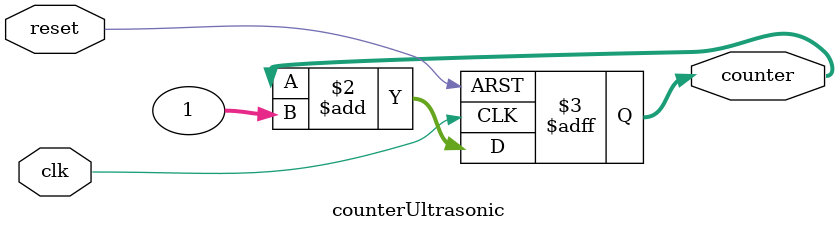
<source format=sv>
module ultrasonic_sensor(
	input logic 		clk,
	input logic		reset,
	input logic[31:0] countMax,
	input logic 		echo,
	output logic 		trigger,
	output logic 		stateFSM,
	output logic[31:0]  	deltaT);
	
logic [31:0] countFSM;
logic [31:0] echoCount; 
logic resetCount;



counterUltrasonic my_count(.clk(clk),
			   .reset(resetCount),
			   .counter(countFSM));		
				
				
 //FSM  to handel the ultrasonic sensors
 //1) RESET_ST initialize all the parameter when reset is 1
 //2)	TRIG_ST send q signal to the sensor to tells it to take a measure
 //3) ECHO_ST wait for the signal to be back, and count to get the time
 //4) WAIT_ST can be tuned to choose how often we wants to take a measure
 
typedef enum logic[1:0]{RESET_ST,TRIG_ST,ECHO_ST,WAIT_ST} statetype;
statetype state, nextstate;  
    
always_ff @(posedge clk,posedge reset) 
	if(reset) state <= RESET_ST;
	else state <= nextstate;
	 
always_comb
case(state)
		 RESET_ST : 
						if(reset) 
							begin
							resetCount = 1'b1;
							trigger = 1'b0;
							nextstate =  RESET_ST;
							end
						else
							begin
							resetCount = 1'b1;
							trigger = 1'b0;
							nextstate =  TRIG_ST;
							end
						
		 TRIG_ST : if (echo == 1'b0)
							begin 
								resetCount = 1'b0;	
								nextstate = TRIG_ST; 
								if (countFSM >= 32'd7500) 
									trigger = 1'b0;    //Wait for the echo
								else	
									trigger = 1'b1;	//Trig			
							end
						else
							begin
								resetCount = 1'b1;
								trigger = 1'b0;
								nextstate = ECHO_ST; // swtich to echo
							end

		 ECHO_ST : 		
		 
							if (echo == 1'b1)
								begin
								resetCount = 1'b0;
								trigger = 1'b0;
								nextstate = ECHO_ST; // wait until we get the line going low again
								end
							else 	
								begin
								resetCount = 1'b0;
								trigger = 1'b0;
								nextstate =   WAIT_ST ;  
								end
							
		

		 WAIT_ST :  if (countFSM >=  countMax) 
							begin //wait before reusing the sensor again
							trigger = 1'b0;
							resetCount = 1'b1;
							nextstate = RESET_ST;  
							end 
						else 
							begin 
							trigger = 1'b0;
							resetCount = 1'b0;
							nextstate =  WAIT_ST;
							end 
							
		default : 	begin 
							resetCount = 1'b1;
							trigger = 1'b0;
							nextstate = RESET_ST;	
						end
		endcase
	
//// To save the value of the counter just when the counter is send back
always_ff @( posedge reset, negedge echo && (state == ECHO_ST ||  state == WAIT_ST))
	if (reset) echoCount <= 0;
	else echoCount <= countFSM;

//output logic 
assign deltaT = echoCount*170/50000000 ; // to convert in meter with the speed of sound
assign stateFSM = {state == WAIT_ST,state == ECHO_ST,state == TRIG_ST,state == RESET_ST};
assign countO = countFSM;

endmodule




// This counter is used to update each register (n = 16): thus it requires n clock cycles to update each reg
module counterUltrasonic(input logic clk,
								 input logic reset,
								 output logic [31:0] counter);
					
always_ff @(posedge clk, posedge reset)
	if(reset) 
		counter <= 32'b0;
	else 
		counter <= counter + 1;
	
endmodule




</source>
